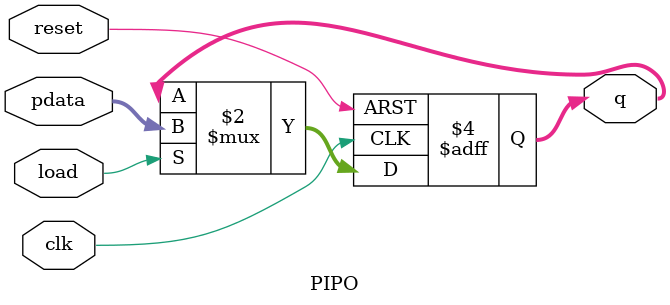
<source format=v>
module PIPO (
  input wire clk,
  input wire reset,         
  input wire load,          // Load control signal
  input wire [7:0] pdata,  
  output reg [7:0] q        
);

  always @(posedge clk or posedge reset) begin
    if (reset) begin
      q <= 8'b00000000;      
    end else if (load) begin
      q <= pdata;            // Load input data into output on load
    end
  end

endmodule

</source>
